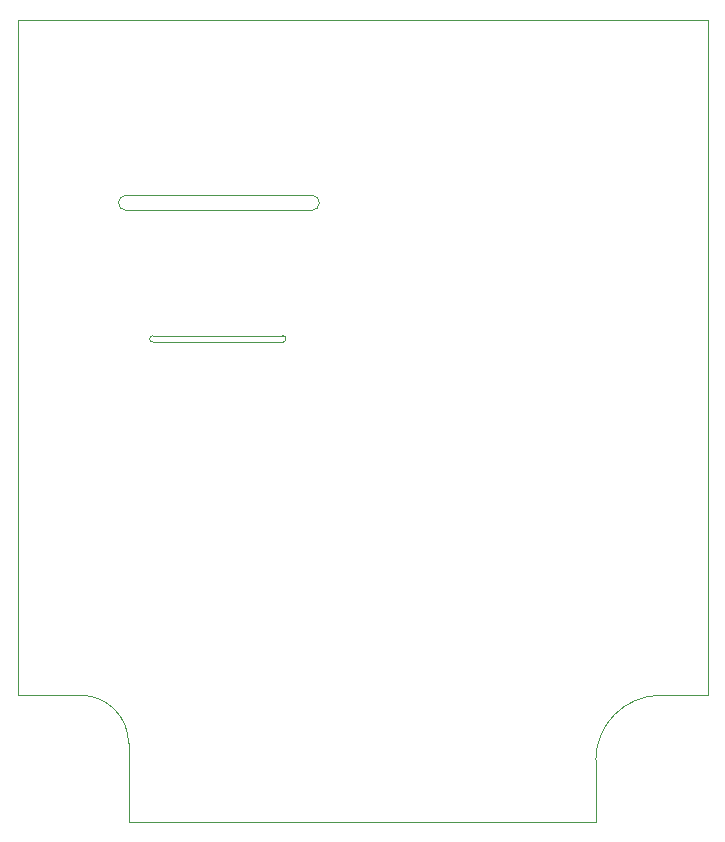
<source format=gm1>
G04 #@! TF.GenerationSoftware,KiCad,Pcbnew,(6.0.1-0)*
G04 #@! TF.CreationDate,2022-03-11T16:57:29+01:00*
G04 #@! TF.ProjectId,PowerAnalyzer_ACS71020_V2,506f7765-7241-46e6-916c-797a65725f41,2.2*
G04 #@! TF.SameCoordinates,Original*
G04 #@! TF.FileFunction,Profile,NP*
%FSLAX46Y46*%
G04 Gerber Fmt 4.6, Leading zero omitted, Abs format (unit mm)*
G04 Created by KiCad (PCBNEW (6.0.1-0)) date 2022-03-11 16:57:29*
%MOMM*%
%LPD*%
G01*
G04 APERTURE LIST*
G04 #@! TA.AperFunction,Profile*
%ADD10C,0.050000*%
G04 #@! TD*
G04 APERTURE END LIST*
D10*
X115500000Y-188500000D02*
X115500000Y-183300000D01*
X121000000Y-177800000D02*
G75*
G03*
X115500000Y-183300000I1J-5500001D01*
G01*
X121000000Y-177800000D02*
X125000000Y-177800000D01*
X66548000Y-120650000D02*
X66548000Y-177800000D01*
X75946000Y-188500000D02*
X75946000Y-185000000D01*
X125000000Y-120650000D02*
X66548000Y-120650000D01*
X92113000Y-136105000D02*
G75*
G03*
X91478000Y-135470000I-634999J1D01*
G01*
X75728000Y-135470000D02*
G75*
G03*
X75728000Y-136740000I0J-635000D01*
G01*
X91478000Y-136740000D02*
G75*
G03*
X92113000Y-136105000I1J634999D01*
G01*
X91478000Y-135470000D02*
X75728000Y-135470000D01*
X91478000Y-136740000D02*
X75728000Y-136740000D01*
X75946000Y-188500000D02*
X115500000Y-188500000D01*
X89000000Y-147900000D02*
G75*
G03*
X89000000Y-147350000I0J275000D01*
G01*
X78000000Y-147900000D02*
X89000000Y-147900000D01*
X125000000Y-177800000D02*
X125000000Y-120650000D01*
X75946000Y-185000000D02*
X75946000Y-181864000D01*
X78000000Y-147350000D02*
G75*
G03*
X78000000Y-147900000I0J-275000D01*
G01*
X71882000Y-177800000D02*
X66548000Y-177800000D01*
X75946000Y-181864000D02*
G75*
G03*
X71882000Y-177800000I-4064000J0D01*
G01*
X78000000Y-147350000D02*
X89000000Y-147350000D01*
M02*

</source>
